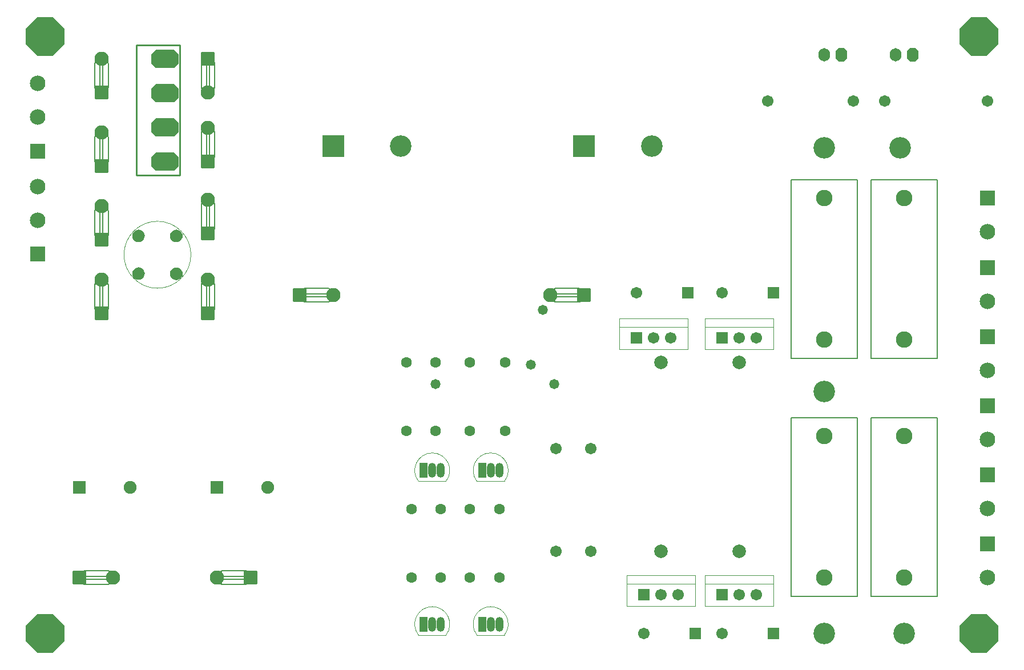
<source format=gts>
G04*
G04 #@! TF.GenerationSoftware,Altium Limited,Altium Designer,18.0.7 (293)*
G04*
G04 Layer_Color=8388736*
%FSLAX25Y25*%
%MOIN*%
G70*
G01*
G75*
%ADD10C,0.00787*%
%ADD12C,0.00500*%
%ADD13C,0.01000*%
%ADD20C,0.00197*%
%ADD21C,0.00394*%
%ADD22C,0.00300*%
%ADD23C,0.06706*%
%ADD24O,0.04737X0.08674*%
%ADD25R,0.04737X0.08674*%
%ADD26C,0.07887*%
G04:AMPARAMS|DCode=27|XSize=161.54mil|YSize=102.5mil|CornerRadius=0mil|HoleSize=0mil|Usage=FLASHONLY|Rotation=180.000|XOffset=0mil|YOffset=0mil|HoleType=Round|Shape=Octagon|*
%AMOCTAGOND27*
4,1,8,-0.08077,0.02563,-0.08077,-0.02563,-0.05515,-0.05125,0.05515,-0.05125,0.08077,-0.02563,0.08077,0.02563,0.05515,0.05125,-0.05515,0.05125,-0.08077,0.02563,0.0*
%
%ADD27OCTAGOND27*%

%ADD28R,0.09068X0.09068*%
%ADD29C,0.09068*%
%ADD30P,0.24304X8X22.5*%
%ADD31C,0.08300*%
G04:AMPARAMS|DCode=32|XSize=83mil|YSize=83mil|CornerRadius=13.38mil|HoleSize=0mil|Usage=FLASHONLY|Rotation=90.000|XOffset=0mil|YOffset=0mil|HoleType=Round|Shape=RoundedRectangle|*
%AMROUNDEDRECTD32*
21,1,0.08300,0.05625,0,0,90.0*
21,1,0.05625,0.08300,0,0,90.0*
1,1,0.02675,0.02813,0.02813*
1,1,0.02675,0.02813,-0.02813*
1,1,0.02675,-0.02813,-0.02813*
1,1,0.02675,-0.02813,0.02813*
%
%ADD32ROUNDEDRECTD32*%
G04:AMPARAMS|DCode=33|XSize=83mil|YSize=83mil|CornerRadius=13.38mil|HoleSize=0mil|Usage=FLASHONLY|Rotation=180.000|XOffset=0mil|YOffset=0mil|HoleType=Round|Shape=RoundedRectangle|*
%AMROUNDEDRECTD33*
21,1,0.08300,0.05625,0,0,180.0*
21,1,0.05625,0.08300,0,0,180.0*
1,1,0.02675,-0.02813,0.02813*
1,1,0.02675,0.02813,0.02813*
1,1,0.02675,0.02813,-0.02813*
1,1,0.02675,-0.02813,-0.02813*
%
%ADD33ROUNDEDRECTD33*%
%ADD34C,0.12611*%
%ADD35R,0.12611X0.12611*%
%ADD36O,0.06800X0.07800*%
G04:AMPARAMS|DCode=37|XSize=68mil|YSize=78mil|CornerRadius=0mil|HoleSize=0mil|Usage=FLASHONLY|Rotation=0.000|XOffset=0mil|YOffset=0mil|HoleType=Round|Shape=Octagon|*
%AMOCTAGOND37*
4,1,8,-0.01700,0.03900,0.01700,0.03900,0.03400,0.02200,0.03400,-0.02200,0.01700,-0.03900,-0.01700,-0.03900,-0.03400,-0.02200,-0.03400,0.02200,-0.01700,0.03900,0.0*
%
%ADD37OCTAGOND37*%

%ADD38C,0.07493*%
%ADD39R,0.07493X0.07493*%
%ADD40C,0.06699*%
%ADD41R,0.06699X0.06699*%
%ADD42C,0.09658*%
%ADD43C,0.06312*%
%ADD44R,0.06706X0.06706*%
%ADD45C,0.05800*%
G36*
X80839Y232677D02*
X80713Y233628D01*
X80346Y234514D01*
X79763Y235275D01*
X79002Y235858D01*
X78116Y236225D01*
X77165Y236350D01*
X76215Y236225D01*
X75329Y235858D01*
X74568Y235275D01*
X73984Y234514D01*
X73617Y233628D01*
X73492Y232677D01*
X73617Y231727D01*
X73984Y230841D01*
X74568Y230080D01*
X75329Y229496D01*
X76215Y229129D01*
X77165Y229004D01*
X78116Y229129D01*
X79002Y229496D01*
X79763Y230080D01*
X80346Y230841D01*
X80713Y231727D01*
X80839Y232677D01*
D02*
G37*
G36*
X102886Y232579D02*
X102761Y233529D01*
X102394Y234415D01*
X101810Y235176D01*
X101049Y235760D01*
X100163Y236127D01*
X99213Y236252D01*
X98262Y236127D01*
X97376Y235760D01*
X96615Y235176D01*
X96032Y234415D01*
X95665Y233529D01*
X95539Y232579D01*
X95665Y231628D01*
X96032Y230742D01*
X96615Y229981D01*
X97376Y229398D01*
X98262Y229031D01*
X99213Y228906D01*
X100163Y229031D01*
X101049Y229398D01*
X101810Y229981D01*
X102394Y230742D01*
X102761Y231628D01*
X102886Y232579D01*
D02*
G37*
G36*
X80839Y254724D02*
X80713Y255675D01*
X80346Y256561D01*
X79763Y257322D01*
X79002Y257906D01*
X78116Y258272D01*
X77165Y258398D01*
X76215Y258272D01*
X75329Y257906D01*
X74568Y257322D01*
X73984Y256561D01*
X73617Y255675D01*
X73492Y254724D01*
X73617Y253774D01*
X73984Y252888D01*
X74568Y252127D01*
X75329Y251543D01*
X76215Y251176D01*
X77165Y251051D01*
X78116Y251176D01*
X79002Y251543D01*
X79763Y252127D01*
X80346Y252888D01*
X80713Y253774D01*
X80839Y254724D01*
D02*
G37*
G36*
X102886D02*
X102761Y255675D01*
X102394Y256561D01*
X101810Y257322D01*
X101049Y257906D01*
X100163Y258272D01*
X99213Y258398D01*
X98262Y258272D01*
X97376Y257906D01*
X96615Y257322D01*
X96032Y256561D01*
X95665Y255675D01*
X95539Y254724D01*
X95665Y253774D01*
X96032Y252888D01*
X96615Y252127D01*
X97376Y251543D01*
X98262Y251176D01*
X99213Y251051D01*
X100163Y251176D01*
X101049Y251543D01*
X101810Y252127D01*
X102394Y252888D01*
X102761Y253774D01*
X102886Y254724D01*
D02*
G37*
G36*
X87119Y292968D02*
X84507Y295580D01*
X84507Y300855D01*
X87120Y303468D01*
X97807D01*
X100419Y300855D01*
X100419Y298380D01*
X100419Y295580D01*
X97807Y292968D01*
X87119Y292968D01*
D02*
G37*
G36*
Y312968D02*
X84507Y315580D01*
X84507Y320855D01*
X87120Y323468D01*
X97807D01*
X100419Y320855D01*
X100419Y318380D01*
X100419Y315580D01*
X97807Y312968D01*
X87119Y312968D01*
D02*
G37*
G36*
Y332968D02*
X84507Y335580D01*
X84507Y340855D01*
X87120Y343468D01*
X97807D01*
X100419Y340855D01*
X100419Y338380D01*
X100419Y335580D01*
X97807Y332968D01*
X87119Y332968D01*
D02*
G37*
G36*
Y352968D02*
X84507Y355580D01*
X84507Y360855D01*
X87120Y363468D01*
X97807D01*
X100419Y360855D01*
X100419Y358380D01*
X100419Y355580D01*
X97807Y352968D01*
X87119Y352968D01*
D02*
G37*
D10*
X458268Y44291D02*
Y148622D01*
X496850D01*
Y44291D02*
Y148622D01*
X458268Y44291D02*
X496850D01*
X504937Y183189D02*
Y287520D01*
X543520D01*
Y183189D02*
Y287520D01*
X504937Y183189D02*
X543520D01*
X504937Y44291D02*
Y148622D01*
X543520D01*
Y44291D02*
Y148622D01*
X504937Y44291D02*
X543520D01*
X458268Y183189D02*
Y287520D01*
X496850D01*
Y183189D02*
Y287520D01*
X458268Y183189D02*
X496850D01*
D12*
X114872Y299325D02*
G03*
X116863Y298269I1976J1321D01*
G01*
X118571Y298268D02*
G03*
X120545Y299305I11J2376D01*
G01*
X116862Y317953D02*
G03*
X114888Y316915I-11J-2376D01*
G01*
X120562Y316896D02*
G03*
X118570Y317951I-1976J-1321D01*
G01*
X114034Y315462D02*
G03*
X113768Y315197I87J-354D01*
G01*
X116918Y315272D02*
G03*
X114034Y315462I-4288J-43031D01*
G01*
X116918Y300949D02*
G03*
X114034Y300759I41749J-654584D01*
G01*
X113768Y301024D02*
G03*
X114034Y300759I357J92D01*
G01*
X118516Y315272D02*
G03*
X121399Y315462I-41797J655314D01*
G01*
X121665Y315197D02*
G03*
X121399Y315462I-357J-92D01*
G01*
X121399Y300759D02*
G03*
X121665Y301024I-87J354D01*
G01*
X118516Y300949D02*
G03*
X121399Y300759I4288J43031D01*
G01*
X116918Y300420D02*
G03*
X115656Y299252I3661J-5218D01*
G01*
X113768Y301024D02*
G03*
X115540Y299252I1772J0D01*
G01*
X121665Y315197D02*
G03*
X119894Y316968I-1772J0D01*
G01*
X115540D02*
G03*
X113768Y315197I0J-1772D01*
G01*
X119894Y299252D02*
G03*
X121665Y301024I0J1772D01*
G01*
X116535Y298268D02*
G03*
X118898Y298268I1181J0D01*
G01*
Y317953D02*
G03*
X116535Y317953I-1181J0D01*
G01*
X120562Y357211D02*
G03*
X118570Y358266I-1976J-1321D01*
G01*
X116862Y358268D02*
G03*
X114888Y357230I-11J-2376D01*
G01*
X118571Y338583D02*
G03*
X120545Y339620I11J2376D01*
G01*
X114872Y339640D02*
G03*
X116863Y338584I1976J1321D01*
G01*
X121399Y341073D02*
G03*
X121665Y341339I-87J354D01*
G01*
X118516Y341264D02*
G03*
X121399Y341073I4288J43031D01*
G01*
X118516Y355587D02*
G03*
X121399Y355777I-41749J654584D01*
G01*
X121665Y355512D02*
G03*
X121399Y355777I-357J-92D01*
G01*
X116918Y341264D02*
G03*
X114034Y341073I41797J-655314D01*
G01*
X113768Y341339D02*
G03*
X114034Y341073I357J92D01*
G01*
X114034Y355777D02*
G03*
X113768Y355512I87J-354D01*
G01*
X116918Y355587D02*
G03*
X114034Y355777I-4288J-43031D01*
G01*
X118516Y356115D02*
G03*
X119777Y357283I-3661J5218D01*
G01*
X121665Y355512D02*
G03*
X119894Y357283I-1772J0D01*
G01*
X113768Y341339D02*
G03*
X115540Y339567I1772J0D01*
G01*
X119894D02*
G03*
X121665Y341339I0J1772D01*
G01*
X115540Y357283D02*
G03*
X113768Y355512I0J-1772D01*
G01*
X118898Y358268D02*
G03*
X116535Y358268I-1181J0D01*
G01*
Y338583D02*
G03*
X118898Y338583I1181J0D01*
G01*
X336345Y217234D02*
G03*
X337400Y219226I-1321J1976D01*
G01*
X337402Y220933D02*
G03*
X336364Y222907I-2376J11D01*
G01*
X317717Y219224D02*
G03*
X318754Y217250I2376J-11D01*
G01*
X318773Y222924D02*
G03*
X317718Y220932I1321J-1976D01*
G01*
X320207Y216396D02*
G03*
X320472Y216130I354J87D01*
G01*
X320398Y219280D02*
G03*
X320207Y216396I43031J-4288D01*
G01*
X334720Y219280D02*
G03*
X334911Y216396I654584J41749D01*
G01*
X334646Y216130D02*
G03*
X334911Y216396I-92J357D01*
G01*
X320398Y220878D02*
G03*
X320207Y223761I-655314J-41797D01*
G01*
X320472Y224027D02*
G03*
X320207Y223761I92J-357D01*
G01*
X334911Y223761D02*
G03*
X334646Y224027I-354J-87D01*
G01*
X334720Y220878D02*
G03*
X334911Y223761I-43031J4288D01*
G01*
X335249Y219280D02*
G03*
X336417Y218018I5218J3661D01*
G01*
X334646Y216130D02*
G03*
X336417Y217902I0J1772D01*
G01*
X320472Y224027D02*
G03*
X318701Y222256I0J-1772D01*
G01*
Y217902D02*
G03*
X320472Y216130I1772J0D01*
G01*
X336417Y222256D02*
G03*
X334646Y224027I-1772J0D01*
G01*
X337402Y218898D02*
G03*
X337402Y221260I0J1181D01*
G01*
X317717D02*
G03*
X317717Y218898I0J-1181D01*
G01*
X172317Y222924D02*
G03*
X171261Y220932I1321J-1976D01*
G01*
X171260Y219224D02*
G03*
X172298Y217250I2376J-11D01*
G01*
X190945Y220933D02*
G03*
X189907Y222907I-2376J11D01*
G01*
X189888Y217234D02*
G03*
X190944Y219226I-1321J1976D01*
G01*
X188454Y223761D02*
G03*
X188189Y224027I-354J-87D01*
G01*
X188264Y220878D02*
G03*
X188454Y223761I-43031J4288D01*
G01*
X173941Y220878D02*
G03*
X173751Y223761I-654584J-41749D01*
G01*
X174016Y224027D02*
G03*
X173751Y223761I92J-357D01*
G01*
X188264Y219280D02*
G03*
X188454Y216396I655314J41797D01*
G01*
X188189Y216130D02*
G03*
X188454Y216396I-92J357D01*
G01*
X173751Y216396D02*
G03*
X174016Y216130I354J87D01*
G01*
X173941Y219280D02*
G03*
X173751Y216396I43031J-4288D01*
G01*
X173412Y220878D02*
G03*
X172244Y222139I-5218J-3661D01*
G01*
X174016Y224027D02*
G03*
X172244Y222256I0J-1772D01*
G01*
X188189Y216130D02*
G03*
X189961Y217902I0J1772D01*
G01*
Y222256D02*
G03*
X188189Y224027I-1772J0D01*
G01*
X172244Y217902D02*
G03*
X174016Y216130I1772J0D01*
G01*
X171260Y221260D02*
G03*
X171260Y218898I0J-1181D01*
G01*
X190945D02*
G03*
X190945Y221260I0J1181D01*
G01*
X52667Y296595D02*
G03*
X54659Y295539I1976J1321D01*
G01*
X56366Y295538D02*
G03*
X58340Y296576I11J2376D01*
G01*
X54657Y315223D02*
G03*
X52684Y314186I-11J-2376D01*
G01*
X58357Y314166D02*
G03*
X56365Y315222I-1976J-1321D01*
G01*
X51829Y312732D02*
G03*
X51563Y312467I87J-354D01*
G01*
X54713Y312542D02*
G03*
X51829Y312732I-4288J-43031D01*
G01*
X54713Y298219D02*
G03*
X51829Y298029I41749J-654584D01*
G01*
X51563Y298294D02*
G03*
X51829Y298029I357J92D01*
G01*
X56311Y312542D02*
G03*
X59194Y312732I-41797J655314D01*
G01*
X59460Y312467D02*
G03*
X59194Y312732I-357J-92D01*
G01*
X59194Y298029D02*
G03*
X59460Y298294I-87J354D01*
G01*
X56311Y298219D02*
G03*
X59194Y298029I4288J43031D01*
G01*
X54713Y297691D02*
G03*
X53451Y296522I3661J-5218D01*
G01*
X51563Y298294D02*
G03*
X53335Y296522I1772J0D01*
G01*
X59460Y312467D02*
G03*
X57689Y314239I-1772J0D01*
G01*
X53335D02*
G03*
X51563Y312467I0J-1772D01*
G01*
X57689Y296522D02*
G03*
X59460Y298294I0J1772D01*
G01*
X54331Y295538D02*
G03*
X56693Y295538I1181J0D01*
G01*
Y315223D02*
G03*
X54331Y315223I-1181J0D01*
G01*
X52667Y339640D02*
G03*
X54659Y338584I1976J1321D01*
G01*
X56366Y338583D02*
G03*
X58340Y339620I11J2376D01*
G01*
X54657Y358268D02*
G03*
X52684Y357230I-11J-2376D01*
G01*
X58357Y357211D02*
G03*
X56365Y358266I-1976J-1321D01*
G01*
X51829Y355777D02*
G03*
X51563Y355512I87J-354D01*
G01*
X54713Y355587D02*
G03*
X51829Y355777I-4288J-43031D01*
G01*
X54713Y341264D02*
G03*
X51829Y341073I41749J-654584D01*
G01*
X51563Y341339D02*
G03*
X51829Y341073I357J92D01*
G01*
X56311Y355587D02*
G03*
X59194Y355777I-41797J655314D01*
G01*
X59460Y355512D02*
G03*
X59194Y355777I-357J-92D01*
G01*
X59194Y341073D02*
G03*
X59460Y341339I-87J354D01*
G01*
X56311Y341264D02*
G03*
X59194Y341073I4288J43031D01*
G01*
X54713Y340735D02*
G03*
X53451Y339567I3661J-5218D01*
G01*
X51563Y341339D02*
G03*
X53335Y339567I1772J0D01*
G01*
X59460Y355512D02*
G03*
X57689Y357283I-1772J0D01*
G01*
X53335D02*
G03*
X51563Y355512I0J-1772D01*
G01*
X57689Y339567D02*
G03*
X59460Y341339I0J1772D01*
G01*
X54331Y338583D02*
G03*
X56693Y338583I1181J0D01*
G01*
Y358268D02*
G03*
X54331Y358268I-1181J0D01*
G01*
X52667Y253550D02*
G03*
X54659Y252495I1976J1321D01*
G01*
X56366Y252493D02*
G03*
X58340Y253531I11J2376D01*
G01*
X54657Y272179D02*
G03*
X52684Y271141I-11J-2376D01*
G01*
X58357Y271122D02*
G03*
X56365Y272177I-1976J-1321D01*
G01*
X51829Y269688D02*
G03*
X51563Y269423I87J-354D01*
G01*
X54713Y269497D02*
G03*
X51829Y269688I-4288J-43031D01*
G01*
X54713Y255174D02*
G03*
X51829Y254984I41749J-654584D01*
G01*
X51563Y255249D02*
G03*
X51829Y254984I357J92D01*
G01*
X56311Y269497D02*
G03*
X59194Y269688I-41797J655314D01*
G01*
X59460Y269423D02*
G03*
X59194Y269688I-357J-92D01*
G01*
X59194Y254984D02*
G03*
X59460Y255249I-87J354D01*
G01*
X56311Y255174D02*
G03*
X59194Y254984I4288J43031D01*
G01*
X54713Y254646D02*
G03*
X53451Y253478I3661J-5218D01*
G01*
X51563Y255249D02*
G03*
X53335Y253478I1772J0D01*
G01*
X59460Y269423D02*
G03*
X57689Y271194I-1772J0D01*
G01*
X53335D02*
G03*
X51563Y269423I0J-1772D01*
G01*
X57689Y253478D02*
G03*
X59460Y255249I0J1772D01*
G01*
X54331Y252493D02*
G03*
X56693Y252493I1181J0D01*
G01*
Y272179D02*
G03*
X54331Y272179I-1181J0D01*
G01*
X52667Y210506D02*
G03*
X54659Y209450I1976J1321D01*
G01*
X56366Y209449D02*
G03*
X58340Y210486I11J2376D01*
G01*
X54657Y229134D02*
G03*
X52684Y228096I-11J-2376D01*
G01*
X58357Y228077D02*
G03*
X56365Y229133I-1976J-1321D01*
G01*
X51829Y226643D02*
G03*
X51563Y226378I87J-354D01*
G01*
X54713Y226453D02*
G03*
X51829Y226643I-4288J-43031D01*
G01*
X54713Y212130D02*
G03*
X51829Y211940I41749J-654584D01*
G01*
X51563Y212205D02*
G03*
X51829Y211940I357J92D01*
G01*
X56311Y226453D02*
G03*
X59194Y226643I-41797J655314D01*
G01*
X59460Y226378D02*
G03*
X59194Y226643I-357J-92D01*
G01*
X59194Y211940D02*
G03*
X59460Y212205I-87J354D01*
G01*
X56311Y212130D02*
G03*
X59194Y211940I4288J43031D01*
G01*
X54713Y211601D02*
G03*
X53451Y210433I3661J-5218D01*
G01*
X51563Y212205D02*
G03*
X53335Y210433I1772J0D01*
G01*
X59460Y226378D02*
G03*
X57689Y228150I-1772J0D01*
G01*
X53335D02*
G03*
X51563Y226378I0J-1772D01*
G01*
X57689Y210433D02*
G03*
X59460Y212205I0J1772D01*
G01*
X54331Y209449D02*
G03*
X56693Y209449I1181J0D01*
G01*
Y229134D02*
G03*
X54331Y229134I-1181J0D01*
G01*
X141659Y52273D02*
G03*
X142715Y54265I-1321J1976D01*
G01*
X142716Y55972D02*
G03*
X141679Y57946I-2376J11D01*
G01*
X123031Y54264D02*
G03*
X124069Y52290I2376J-11D01*
G01*
X124088Y57963D02*
G03*
X123033Y55971I1321J-1976D01*
G01*
X125522Y51436D02*
G03*
X125787Y51170I354J87D01*
G01*
X125712Y54319D02*
G03*
X125522Y51436I43031J-4288D01*
G01*
X140035Y54319D02*
G03*
X140226Y51436I654584J41749D01*
G01*
X139961Y51170D02*
G03*
X140226Y51436I-92J357D01*
G01*
X125712Y55917D02*
G03*
X125522Y58801I-655314J-41797D01*
G01*
X125787Y59067D02*
G03*
X125522Y58801I92J-357D01*
G01*
X140226Y58800D02*
G03*
X139961Y59067I-354J-87D01*
G01*
X140035Y55917D02*
G03*
X140226Y58800I-43031J4288D01*
G01*
X140564Y54319D02*
G03*
X141732Y53058I5218J3661D01*
G01*
X139961Y51170D02*
G03*
X141732Y52941I0J1772D01*
G01*
X125787Y59067D02*
G03*
X124016Y57295I0J-1772D01*
G01*
Y52941D02*
G03*
X125787Y51170I1772J0D01*
G01*
X141732Y57295D02*
G03*
X139961Y59067I-1772J0D01*
G01*
X142716Y53937D02*
G03*
X142716Y56299I0J1181D01*
G01*
X123031D02*
G03*
X123031Y53937I0J-1181D01*
G01*
X43773Y57963D02*
G03*
X42718Y55971I1321J-1976D01*
G01*
X42717Y54264D02*
G03*
X43754Y52290I2376J-11D01*
G01*
X62402Y55972D02*
G03*
X61364Y57946I-2376J11D01*
G01*
X61345Y52273D02*
G03*
X62400Y54265I-1321J1976D01*
G01*
X59911Y58800D02*
G03*
X59646Y59067I-354J-87D01*
G01*
X59721Y55917D02*
G03*
X59911Y58800I-43031J4288D01*
G01*
X45398Y55917D02*
G03*
X45207Y58800I-654584J-41749D01*
G01*
X45472Y59067D02*
G03*
X45207Y58800I92J-357D01*
G01*
X59721Y54319D02*
G03*
X59911Y51436I655314J41797D01*
G01*
X59646Y51170D02*
G03*
X59911Y51436I-92J357D01*
G01*
X45207Y51436D02*
G03*
X45472Y51170I354J87D01*
G01*
X45398Y54319D02*
G03*
X45207Y51436I43031J-4288D01*
G01*
X44869Y55917D02*
G03*
X43701Y57178I-5218J-3661D01*
G01*
X45472Y59067D02*
G03*
X43701Y57295I0J-1772D01*
G01*
X59646Y51170D02*
G03*
X61417Y52941I0J1772D01*
G01*
Y57295D02*
G03*
X59646Y59067I-1772J0D01*
G01*
X43701Y52941D02*
G03*
X45472Y51170I1772J0D01*
G01*
X42717Y56299D02*
G03*
X42717Y53937I0J-1181D01*
G01*
X62402D02*
G03*
X62402Y56299I0J1181D01*
G01*
X114872Y257356D02*
G03*
X116863Y256300I1976J1321D01*
G01*
X118571Y256299D02*
G03*
X120545Y257337I11J2376D01*
G01*
X116862Y275984D02*
G03*
X114888Y274947I-11J-2376D01*
G01*
X120562Y274927D02*
G03*
X118570Y275983I-1976J-1321D01*
G01*
X114034Y273493D02*
G03*
X113768Y273228I87J-354D01*
G01*
X116918Y273303D02*
G03*
X114034Y273493I-4288J-43031D01*
G01*
X116918Y258980D02*
G03*
X114034Y258790I41749J-654584D01*
G01*
X113768Y259055D02*
G03*
X114034Y258790I357J92D01*
G01*
X118516Y273303D02*
G03*
X121399Y273493I-41797J655314D01*
G01*
X121665Y273228D02*
G03*
X121399Y273493I-357J-92D01*
G01*
X121399Y258790D02*
G03*
X121665Y259055I-87J354D01*
G01*
X118516Y258980D02*
G03*
X121399Y258790I4288J43031D01*
G01*
X116918Y258452D02*
G03*
X115656Y257283I3661J-5218D01*
G01*
X113768Y259055D02*
G03*
X115540Y257283I1772J0D01*
G01*
X121665Y273228D02*
G03*
X119894Y275000I-1772J0D01*
G01*
X115540D02*
G03*
X113768Y273228I0J-1772D01*
G01*
X119894Y257283D02*
G03*
X121665Y259055I0J1772D01*
G01*
X116535Y256299D02*
G03*
X118898Y256299I1181J0D01*
G01*
Y275984D02*
G03*
X116535Y275984I-1181J0D01*
G01*
X114872Y210506D02*
G03*
X116863Y209450I1976J1321D01*
G01*
X118571Y209449D02*
G03*
X120545Y210486I11J2376D01*
G01*
X116862Y229134D02*
G03*
X114888Y228096I-11J-2376D01*
G01*
X120562Y228077D02*
G03*
X118570Y229133I-1976J-1321D01*
G01*
X114034Y226643D02*
G03*
X113768Y226378I87J-354D01*
G01*
X116918Y226453D02*
G03*
X114034Y226643I-4288J-43031D01*
G01*
X116918Y212130D02*
G03*
X114034Y211940I41749J-654584D01*
G01*
X113768Y212205D02*
G03*
X114034Y211940I357J92D01*
G01*
X118516Y226453D02*
G03*
X121399Y226643I-41797J655314D01*
G01*
X121665Y226378D02*
G03*
X121399Y226643I-357J-92D01*
G01*
X121399Y211940D02*
G03*
X121665Y212205I-87J354D01*
G01*
X118516Y212130D02*
G03*
X121399Y211940I4288J43031D01*
G01*
X116918Y211601D02*
G03*
X115656Y210433I3661J-5218D01*
G01*
X113768Y212205D02*
G03*
X115540Y210433I1772J0D01*
G01*
X121665Y226378D02*
G03*
X119894Y228150I-1772J0D01*
G01*
X115540D02*
G03*
X113768Y226378I0J-1772D01*
G01*
X119894Y210433D02*
G03*
X121665Y212205I0J1772D01*
G01*
X116535Y209449D02*
G03*
X118898Y209449I1181J0D01*
G01*
Y229134D02*
G03*
X116535Y229134I-1181J0D01*
G01*
X120561Y299324D02*
X120579Y299350D01*
X120638Y299431D01*
X114799Y299425D02*
X114867Y299331D01*
X114872Y299325D01*
X114854Y316870D02*
X114871Y316898D01*
X114795Y316790D02*
X114854Y316870D01*
X120566Y316889D02*
X120634Y316796D01*
X120561Y316896D02*
X120566Y316889D01*
X118516Y315800D02*
X118593Y315812D01*
X118685Y315854D01*
X118785Y315928D01*
X118869Y316010D01*
X119090Y316273D01*
X119278Y316514D01*
X119447Y316719D01*
X119594Y316869D01*
X119694Y316943D01*
X119777Y316969D01*
X115656D02*
X115761Y316929D01*
X115900Y316811D01*
X116084Y316602D01*
X116312Y316312D01*
X116430Y316164D01*
X116565Y316009D01*
X116660Y315918D01*
X116780Y315836D01*
X116857Y315807D01*
X116918Y315800D01*
X119729Y299262D02*
X119777Y299252D01*
X119672Y299291D02*
X119729Y299262D01*
X119606Y299341D02*
X119672Y299291D01*
X119533Y299410D02*
X119606Y299341D01*
X119445Y299504D02*
X119533Y299410D01*
X119349Y299618D02*
X119445Y299504D01*
X119241Y299754D02*
X119349Y299618D01*
X119121Y299908D02*
X119241Y299754D01*
X119003Y300056D02*
X119121Y299908D01*
X118868Y300211D02*
X119003Y300056D01*
X118822Y300258D02*
X118868Y300211D01*
X118773Y300303D02*
X118822Y300258D01*
X118717Y300346D02*
X118773Y300303D01*
X118653Y300385D02*
X118717Y300346D01*
X118617Y300401D02*
X118653Y300385D01*
X118576Y300413D02*
X118617Y300401D01*
X118547Y300418D02*
X118576Y300413D01*
X118516Y300420D02*
X118547Y300418D01*
X116863Y298269D02*
X118571Y298268D01*
X116862Y317953D02*
X118570Y317952D01*
X116918Y300420D02*
Y315800D01*
X113768Y301024D02*
Y315197D01*
X121665Y301024D02*
Y315197D01*
X118516Y300420D02*
Y315800D01*
X116918Y315272D02*
X118516D01*
X116918Y300949D02*
X118516D01*
X116918Y300420D02*
X118516D01*
X116918Y315800D02*
X118516D01*
X115540Y316969D02*
X119893D01*
X115540Y299252D02*
X119893D01*
X114854Y357185D02*
X114872Y357212D01*
X114795Y357105D02*
X114854Y357185D01*
X120566Y357204D02*
X120634Y357111D01*
X120561Y357211D02*
X120566Y357204D01*
X120562Y339638D02*
X120579Y339665D01*
X120638Y339745D01*
X114799Y339740D02*
X114867Y339646D01*
X114872Y339640D01*
X116840Y340724D02*
X116918Y340735D01*
X116748Y340682D02*
X116840Y340724D01*
X116648Y340608D02*
X116748Y340682D01*
X116564Y340525D02*
X116648Y340608D01*
X116343Y340263D02*
X116564Y340525D01*
X116155Y340022D02*
X116343Y340263D01*
X115986Y339817D02*
X116155Y340022D01*
X115839Y339666D02*
X115986Y339817D01*
X115739Y339593D02*
X115839Y339666D01*
X115656Y339567D02*
X115739Y339593D01*
X119672Y339606D02*
X119777Y339567D01*
X119533Y339725D02*
X119672Y339606D01*
X119349Y339933D02*
X119533Y339725D01*
X119121Y340223D02*
X119349Y339933D01*
X119003Y340372D02*
X119121Y340223D01*
X118868Y340526D02*
X119003Y340372D01*
X118773Y340618D02*
X118868Y340526D01*
X118653Y340700D02*
X118773Y340618D01*
X118576Y340728D02*
X118653Y340700D01*
X118516Y340735D02*
X118576Y340728D01*
X115656Y357283D02*
X115705Y357274D01*
X115761Y357244D01*
X115827Y357195D01*
X115900Y357126D01*
X115988Y357032D01*
X116084Y356917D01*
X116192Y356781D01*
X116312Y356627D01*
X116430Y356479D01*
X116565Y356324D01*
X116611Y356278D01*
X116660Y356233D01*
X116716Y356189D01*
X116780Y356151D01*
X116816Y356135D01*
X116857Y356122D01*
X116886Y356117D01*
X116918Y356115D01*
X116862Y358268D02*
X118570Y358266D01*
X116863Y338584D02*
X118571Y338583D01*
X118516Y340735D02*
Y356115D01*
X121665Y341339D02*
Y355512D01*
X113768Y341339D02*
Y355512D01*
X116918Y340735D02*
Y356115D01*
Y341264D02*
X118516D01*
X116918Y355587D02*
X118516D01*
X116918Y356115D02*
X118516D01*
X116918Y340735D02*
X118516D01*
X115540Y339567D02*
X119893D01*
X115540Y357283D02*
X119893D01*
X336319Y222941D02*
X336346Y222923D01*
X336239Y223001D02*
X336319Y222941D01*
X336244Y217161D02*
X336338Y217229D01*
X336345Y217234D01*
X318771Y217233D02*
X318799Y217216D01*
X318879Y217157D01*
X318780Y222928D02*
X318874Y222996D01*
X318773Y222924D02*
X318780Y222928D01*
X319858Y220955D02*
X319869Y220878D01*
X319816Y221047D02*
X319858Y220955D01*
X319741Y221147D02*
X319816Y221047D01*
X319659Y221231D02*
X319741Y221147D01*
X319396Y221452D02*
X319659Y221231D01*
X319156Y221640D02*
X319396Y221452D01*
X318951Y221809D02*
X319156Y221640D01*
X318800Y221956D02*
X318951Y221809D01*
X318726Y222057D02*
X318800Y221956D01*
X318701Y222139D02*
X318726Y222057D01*
X318701Y218018D02*
X318740Y218123D01*
X318858Y218263D01*
X319067Y218447D01*
X319357Y218674D01*
X319506Y218792D01*
X319660Y218927D01*
X319751Y219023D01*
X319833Y219142D01*
X319862Y219219D01*
X319869Y219280D01*
X336408Y222091D02*
X336417Y222139D01*
X336378Y222034D02*
X336408Y222091D01*
X336329Y221968D02*
X336378Y222034D01*
X336260Y221895D02*
X336329Y221968D01*
X336166Y221807D02*
X336260Y221895D01*
X336051Y221711D02*
X336166Y221807D01*
X335915Y221603D02*
X336051Y221711D01*
X335761Y221483D02*
X335915Y221603D01*
X335613Y221366D02*
X335761Y221483D01*
X335458Y221230D02*
X335613Y221366D01*
X335412Y221184D02*
X335458Y221230D01*
X335367Y221135D02*
X335412Y221184D01*
X335323Y221079D02*
X335367Y221135D01*
X335285Y221016D02*
X335323Y221079D01*
X335268Y220979D02*
X335285Y221016D01*
X335256Y220939D02*
X335268Y220979D01*
X335251Y220909D02*
X335256Y220939D01*
X335249Y220878D02*
X335251Y220909D01*
X337400Y219226D02*
X337402Y220933D01*
X317717Y219224D02*
X317718Y220932D01*
X319869Y219280D02*
X335249D01*
X320472Y216130D02*
X334646D01*
X320472Y224027D02*
X334646D01*
X319869Y220878D02*
X335249D01*
X320398Y219280D02*
Y220878D01*
X334720Y219280D02*
Y220878D01*
X335249Y219280D02*
Y220878D01*
X319869Y219280D02*
Y220878D01*
X318701Y217902D02*
Y222256D01*
X336417Y217902D02*
Y222256D01*
X172316Y217234D02*
X172342Y217216D01*
X172423Y217157D01*
X172323Y222928D02*
X172417Y222996D01*
X172317Y222924D02*
X172323Y222928D01*
X189862Y222941D02*
X189890Y222924D01*
X189782Y223001D02*
X189862Y222941D01*
X189788Y217161D02*
X189881Y217229D01*
X189888Y217234D01*
X188792Y219280D02*
X188804Y219202D01*
X188846Y219110D01*
X188920Y219011D01*
X189002Y218926D01*
X189265Y218705D01*
X189506Y218517D01*
X189711Y218348D01*
X189861Y218201D01*
X189935Y218101D01*
X189961Y218018D01*
X189922Y222034D02*
X189961Y222139D01*
X189803Y221895D02*
X189922Y222034D01*
X189594Y221711D02*
X189803Y221895D01*
X189305Y221483D02*
X189594Y221711D01*
X189156Y221365D02*
X189305Y221483D01*
X189001Y221230D02*
X189156Y221365D01*
X188910Y221135D02*
X189001Y221230D01*
X188828Y221016D02*
X188910Y221135D01*
X188799Y220939D02*
X188828Y221016D01*
X188792Y220878D02*
X188799Y220939D01*
X172244Y218018D02*
X172254Y218067D01*
X172283Y218123D01*
X172333Y218189D01*
X172402Y218263D01*
X172496Y218350D01*
X172610Y218447D01*
X172746Y218555D01*
X172900Y218674D01*
X173048Y218792D01*
X173203Y218927D01*
X173250Y218973D01*
X173295Y219023D01*
X173338Y219078D01*
X173377Y219142D01*
X173393Y219179D01*
X173405Y219219D01*
X173411Y219249D01*
X173412Y219280D01*
X171260Y219224D02*
X171261Y220932D01*
X190944Y219226D02*
X190945Y220933D01*
X173412Y220878D02*
X188792D01*
X174016Y224027D02*
X188189D01*
X174016Y216130D02*
X188189D01*
X173412Y219280D02*
X188792D01*
X188264D02*
Y220878D01*
X173941Y219280D02*
Y220878D01*
X173412Y219280D02*
Y220878D01*
X188792Y219280D02*
Y220878D01*
X189961Y217902D02*
Y222256D01*
X172244Y217902D02*
Y222256D01*
X58356Y296594D02*
X58375Y296621D01*
X58434Y296701D01*
X52595Y296695D02*
X52662Y296601D01*
X52667Y296595D01*
X52649Y314141D02*
X52666Y314168D01*
X52590Y314060D02*
X52649Y314141D01*
X58361Y314160D02*
X58429Y314066D01*
X58357Y314166D02*
X58361Y314160D01*
X56311Y313071D02*
X56388Y313082D01*
X56480Y313124D01*
X56580Y313198D01*
X56664Y313281D01*
X56886Y313543D01*
X57073Y313784D01*
X57242Y313989D01*
X57389Y314139D01*
X57490Y314213D01*
X57572Y314239D01*
X53451D02*
X53556Y314200D01*
X53696Y314081D01*
X53880Y313872D01*
X54107Y313583D01*
X54225Y313434D01*
X54360Y313279D01*
X54456Y313188D01*
X54575Y313106D01*
X54652Y313078D01*
X54713Y313071D01*
X57524Y296532D02*
X57572Y296522D01*
X57467Y296561D02*
X57524Y296532D01*
X57402Y296611D02*
X57467Y296561D01*
X57328Y296680D02*
X57402Y296611D01*
X57241Y296774D02*
X57328Y296680D01*
X57144Y296889D02*
X57241Y296774D01*
X57036Y297025D02*
X57144Y296889D01*
X56916Y297178D02*
X57036Y297025D01*
X56799Y297326D02*
X56916Y297178D01*
X56663Y297482D02*
X56799Y297326D01*
X56617Y297528D02*
X56663Y297482D01*
X56568Y297573D02*
X56617Y297528D01*
X56512Y297616D02*
X56568Y297573D01*
X56449Y297655D02*
X56512Y297616D01*
X56412Y297671D02*
X56449Y297655D01*
X56372Y297684D02*
X56412Y297671D01*
X56342Y297689D02*
X56372Y297684D01*
X56311Y297691D02*
X56342Y297689D01*
X54659Y295539D02*
X56366Y295538D01*
X54657Y315223D02*
X56365Y315222D01*
X54713Y297691D02*
Y313071D01*
X51563Y298294D02*
Y312467D01*
X59460Y298294D02*
Y312467D01*
X56311Y297691D02*
Y313071D01*
X54713Y312542D02*
X56311D01*
X54713Y298219D02*
X56311D01*
X54713Y297691D02*
X56311D01*
X54713Y313071D02*
X56311D01*
X53335Y314239D02*
X57689D01*
X53335Y296522D02*
X57689D01*
X58356Y339638D02*
X58375Y339665D01*
X58434Y339745D01*
X52595Y339740D02*
X52662Y339646D01*
X52667Y339640D01*
X52649Y357185D02*
X52666Y357213D01*
X52590Y357105D02*
X52649Y357185D01*
X58361Y357204D02*
X58429Y357110D01*
X58357Y357211D02*
X58361Y357204D01*
X56311Y356115D02*
X56388Y356127D01*
X56480Y356168D01*
X56580Y356243D01*
X56664Y356325D01*
X56886Y356588D01*
X57073Y356829D01*
X57242Y357034D01*
X57389Y357184D01*
X57490Y357258D01*
X57572Y357283D01*
X53451D02*
X53556Y357244D01*
X53696Y357126D01*
X53880Y356917D01*
X54107Y356627D01*
X54225Y356478D01*
X54360Y356324D01*
X54456Y356233D01*
X54575Y356151D01*
X54652Y356122D01*
X54713Y356115D01*
X57524Y339577D02*
X57572Y339567D01*
X57467Y339606D02*
X57524Y339577D01*
X57402Y339656D02*
X57467Y339606D01*
X57328Y339725D02*
X57402Y339656D01*
X57241Y339819D02*
X57328Y339725D01*
X57144Y339933D02*
X57241Y339819D01*
X57036Y340069D02*
X57144Y339933D01*
X56916Y340223D02*
X57036Y340069D01*
X56799Y340371D02*
X56916Y340223D01*
X56663Y340526D02*
X56799Y340371D01*
X56617Y340572D02*
X56663Y340526D01*
X56568Y340618D02*
X56617Y340572D01*
X56512Y340661D02*
X56568Y340618D01*
X56449Y340700D02*
X56512Y340661D01*
X56412Y340716D02*
X56449Y340700D01*
X56372Y340728D02*
X56412Y340716D01*
X56342Y340733D02*
X56372Y340728D01*
X56311Y340735D02*
X56342Y340733D01*
X54659Y338584D02*
X56366Y338583D01*
X54657Y358268D02*
X56365Y358266D01*
X54713Y340735D02*
Y356115D01*
X51563Y341339D02*
Y355512D01*
X59460Y341339D02*
Y355512D01*
X56311Y340735D02*
Y356115D01*
X54713Y355587D02*
X56311D01*
X54713Y341264D02*
X56311D01*
X54713Y340735D02*
X56311D01*
X54713Y356115D02*
X56311D01*
X53335Y357283D02*
X57689D01*
X53335Y339567D02*
X57689D01*
X58356Y253549D02*
X58375Y253576D01*
X58434Y253656D01*
X52595Y253651D02*
X52662Y253557D01*
X52667Y253550D01*
X52649Y271096D02*
X52666Y271124D01*
X52590Y271016D02*
X52649Y271096D01*
X58361Y271115D02*
X58429Y271021D01*
X58357Y271122D02*
X58361Y271115D01*
X56311Y270026D02*
X56388Y270037D01*
X56480Y270079D01*
X56580Y270154D01*
X56664Y270236D01*
X56886Y270499D01*
X57073Y270739D01*
X57242Y270944D01*
X57389Y271095D01*
X57490Y271169D01*
X57572Y271194D01*
X53451D02*
X53556Y271155D01*
X53696Y271037D01*
X53880Y270828D01*
X54107Y270538D01*
X54225Y270389D01*
X54360Y270235D01*
X54456Y270144D01*
X54575Y270062D01*
X54652Y270033D01*
X54713Y270026D01*
X57524Y253487D02*
X57572Y253478D01*
X57467Y253517D02*
X57524Y253487D01*
X57402Y253566D02*
X57467Y253517D01*
X57328Y253635D02*
X57402Y253566D01*
X57241Y253729D02*
X57328Y253635D01*
X57144Y253844D02*
X57241Y253729D01*
X57036Y253980D02*
X57144Y253844D01*
X56916Y254134D02*
X57036Y253980D01*
X56799Y254282D02*
X56916Y254134D01*
X56663Y254437D02*
X56799Y254282D01*
X56617Y254483D02*
X56663Y254437D01*
X56568Y254528D02*
X56617Y254483D01*
X56512Y254572D02*
X56568Y254528D01*
X56449Y254610D02*
X56512Y254572D01*
X56412Y254627D02*
X56449Y254610D01*
X56372Y254639D02*
X56412Y254627D01*
X56342Y254644D02*
X56372Y254639D01*
X56311Y254646D02*
X56342Y254644D01*
X54659Y252495D02*
X56366Y252493D01*
X54657Y272178D02*
X56365Y272177D01*
X54713Y254646D02*
Y270026D01*
X51563Y255249D02*
Y269423D01*
X59460Y255249D02*
Y269423D01*
X56311Y254646D02*
Y270026D01*
X54713Y269497D02*
X56311D01*
X54713Y255175D02*
X56311D01*
X54713Y254646D02*
X56311D01*
X54713Y270026D02*
X56311D01*
X53335Y271194D02*
X57689D01*
X53335Y253478D02*
X57689D01*
X58356Y210505D02*
X58375Y210531D01*
X58434Y210612D01*
X52595Y210606D02*
X52662Y210512D01*
X52667Y210506D01*
X52649Y228051D02*
X52666Y228079D01*
X52590Y227971D02*
X52649Y228051D01*
X58361Y228070D02*
X58429Y227977D01*
X58357Y228077D02*
X58361Y228070D01*
X56311Y226981D02*
X56388Y226993D01*
X56480Y227035D01*
X56580Y227109D01*
X56664Y227191D01*
X56886Y227454D01*
X57073Y227695D01*
X57242Y227900D01*
X57389Y228050D01*
X57490Y228124D01*
X57572Y228150D01*
X53451D02*
X53556Y228110D01*
X53696Y227992D01*
X53880Y227783D01*
X54107Y227493D01*
X54225Y227345D01*
X54360Y227190D01*
X54456Y227099D01*
X54575Y227017D01*
X54652Y226988D01*
X54713Y226981D01*
X57524Y210443D02*
X57572Y210433D01*
X57467Y210472D02*
X57524Y210443D01*
X57402Y210522D02*
X57467Y210472D01*
X57328Y210591D02*
X57402Y210522D01*
X57241Y210685D02*
X57328Y210591D01*
X57144Y210799D02*
X57241Y210685D01*
X57036Y210935D02*
X57144Y210799D01*
X56916Y211089D02*
X57036Y210935D01*
X56799Y211237D02*
X56916Y211089D01*
X56663Y211392D02*
X56799Y211237D01*
X56617Y211439D02*
X56663Y211392D01*
X56568Y211484D02*
X56617Y211439D01*
X56512Y211527D02*
X56568Y211484D01*
X56449Y211566D02*
X56512Y211527D01*
X56412Y211582D02*
X56449Y211566D01*
X56372Y211594D02*
X56412Y211582D01*
X56342Y211599D02*
X56372Y211594D01*
X56311Y211601D02*
X56342Y211599D01*
X54659Y209450D02*
X56366Y209449D01*
X54657Y229134D02*
X56365Y229133D01*
X54713Y211601D02*
Y226981D01*
X51563Y212205D02*
Y226378D01*
X59460Y212205D02*
Y226378D01*
X56311Y211601D02*
Y226981D01*
X54713Y226453D02*
X56311D01*
X54713Y212130D02*
X56311D01*
X54713Y211601D02*
X56311D01*
X54713Y226981D02*
X56311D01*
X53335Y228150D02*
X57689D01*
X53335Y210433D02*
X57689D01*
X141634Y57981D02*
X141661Y57963D01*
X141554Y58040D02*
X141634Y57981D01*
X141559Y52201D02*
X141653Y52269D01*
X141660Y52273D01*
X124086Y52272D02*
X124114Y52255D01*
X124194Y52196D01*
X124095Y57967D02*
X124189Y58035D01*
X124088Y57963D02*
X124095Y57967D01*
X125172Y55995D02*
X125184Y55917D01*
X125131Y56087D02*
X125172Y55995D01*
X125056Y56186D02*
X125131Y56087D01*
X124974Y56271D02*
X125056Y56186D01*
X124711Y56492D02*
X124974Y56271D01*
X124471Y56679D02*
X124711Y56492D01*
X124266Y56848D02*
X124471Y56679D01*
X124115Y56995D02*
X124266Y56848D01*
X124041Y57096D02*
X124115Y56995D01*
X124016Y57179D02*
X124041Y57096D01*
X124016Y53058D02*
X124055Y53163D01*
X124173Y53302D01*
X124382Y53486D01*
X124672Y53714D01*
X124821Y53831D01*
X124975Y53967D01*
X125066Y54062D01*
X125148Y54181D01*
X125177Y54258D01*
X125184Y54319D01*
X141722Y57130D02*
X141732Y57179D01*
X141693Y57073D02*
X141722Y57130D01*
X141644Y57008D02*
X141693Y57073D01*
X141575Y56934D02*
X141644Y57008D01*
X141480Y56847D02*
X141575Y56934D01*
X141366Y56750D02*
X141480Y56847D01*
X141230Y56642D02*
X141366Y56750D01*
X141076Y56523D02*
X141230Y56642D01*
X140928Y56405D02*
X141076Y56523D01*
X140773Y56269D02*
X140928Y56405D01*
X140727Y56224D02*
X140773Y56269D01*
X140682Y56174D02*
X140727Y56224D01*
X140638Y56119D02*
X140682Y56174D01*
X140599Y56055D02*
X140638Y56119D01*
X140583Y56018D02*
X140599Y56055D01*
X140571Y55978D02*
X140583Y56018D01*
X140566Y55948D02*
X140571Y55978D01*
X140564Y55917D02*
X140566Y55948D01*
X142715Y54265D02*
X142716Y55972D01*
X123031Y54264D02*
X123033Y55971D01*
X125184Y54319D02*
X140564D01*
X125787Y51170D02*
X139960D01*
X125787Y59067D02*
X139960D01*
X125184Y55917D02*
X140564D01*
X125712Y54319D02*
Y55917D01*
X140035Y54319D02*
Y55917D01*
X140564Y54319D02*
Y55917D01*
X125184Y54319D02*
Y55917D01*
X124016Y52941D02*
Y57295D01*
X141732Y52941D02*
Y57295D01*
X43772Y52274D02*
X43799Y52255D01*
X43879Y52196D01*
X43780Y57967D02*
X43874Y58035D01*
X43773Y57963D02*
X43780Y57967D01*
X61319Y57981D02*
X61347Y57964D01*
X61239Y58040D02*
X61319Y57981D01*
X61244Y52201D02*
X61338Y52269D01*
X61345Y52273D01*
X60249Y54319D02*
X60261Y54241D01*
X60302Y54150D01*
X60377Y54050D01*
X60459Y53966D01*
X60722Y53744D01*
X60962Y53557D01*
X61167Y53388D01*
X61318Y53241D01*
X61392Y53140D01*
X61417Y53058D01*
X61378Y57073D02*
X61417Y57179D01*
X61260Y56934D02*
X61378Y57073D01*
X61051Y56750D02*
X61260Y56934D01*
X60761Y56523D02*
X61051Y56750D01*
X60612Y56405D02*
X60761Y56523D01*
X60458Y56269D02*
X60612Y56405D01*
X60367Y56174D02*
X60458Y56269D01*
X60285Y56055D02*
X60367Y56174D01*
X60256Y55978D02*
X60285Y56055D01*
X60249Y55917D02*
X60256Y55978D01*
X43701Y53058D02*
X43711Y53106D01*
X43740Y53163D01*
X43789Y53228D01*
X43858Y53302D01*
X43953Y53389D01*
X44067Y53486D01*
X44203Y53594D01*
X44357Y53714D01*
X44505Y53831D01*
X44660Y53967D01*
X44706Y54012D01*
X44751Y54062D01*
X44795Y54118D01*
X44834Y54181D01*
X44850Y54218D01*
X44862Y54258D01*
X44867Y54288D01*
X44869Y54319D01*
X42717Y54264D02*
X42718Y55971D01*
X62400Y54265D02*
X62402Y55972D01*
X44869Y55917D02*
X60249D01*
X45473Y59067D02*
X59646D01*
X45473Y51170D02*
X59646D01*
X44869Y54319D02*
X60249D01*
X59721D02*
Y55917D01*
X45398Y54319D02*
Y55917D01*
X44869Y54319D02*
Y55917D01*
X60249Y54319D02*
Y55917D01*
X61417Y52941D02*
Y57295D01*
X43701Y52941D02*
Y57295D01*
X120561Y257355D02*
X120579Y257382D01*
X120638Y257462D01*
X114799Y257456D02*
X114867Y257363D01*
X114872Y257356D01*
X114854Y274902D02*
X114871Y274929D01*
X114795Y274821D02*
X114854Y274902D01*
X120566Y274921D02*
X120634Y274827D01*
X120561Y274927D02*
X120566Y274921D01*
X118516Y273832D02*
X118593Y273843D01*
X118685Y273885D01*
X118785Y273959D01*
X118869Y274042D01*
X119090Y274304D01*
X119278Y274545D01*
X119447Y274750D01*
X119594Y274901D01*
X119694Y274974D01*
X119777Y275000D01*
X115656D02*
X115761Y274961D01*
X115900Y274842D01*
X116084Y274634D01*
X116312Y274344D01*
X116430Y274195D01*
X116565Y274041D01*
X116660Y273949D01*
X116780Y273867D01*
X116857Y273839D01*
X116918Y273832D01*
X119729Y257293D02*
X119777Y257283D01*
X119672Y257323D02*
X119729Y257293D01*
X119606Y257372D02*
X119672Y257323D01*
X119533Y257441D02*
X119606Y257372D01*
X119445Y257535D02*
X119533Y257441D01*
X119349Y257650D02*
X119445Y257535D01*
X119241Y257786D02*
X119349Y257650D01*
X119121Y257940D02*
X119241Y257786D01*
X119003Y258088D02*
X119121Y257940D01*
X118868Y258243D02*
X119003Y258088D01*
X118822Y258289D02*
X118868Y258243D01*
X118773Y258334D02*
X118822Y258289D01*
X118717Y258377D02*
X118773Y258334D01*
X118653Y258416D02*
X118717Y258377D01*
X118617Y258432D02*
X118653Y258416D01*
X118576Y258445D02*
X118617Y258432D01*
X118547Y258450D02*
X118576Y258445D01*
X118516Y258452D02*
X118547Y258450D01*
X116863Y256300D02*
X118571Y256299D01*
X116862Y275984D02*
X118570Y275983D01*
X116918Y258452D02*
Y273832D01*
X113768Y259055D02*
Y273228D01*
X121665Y259055D02*
Y273228D01*
X118516Y258452D02*
Y273832D01*
X116918Y273303D02*
X118516D01*
X116918Y258980D02*
X118516D01*
X116918Y258452D02*
X118516D01*
X116918Y273832D02*
X118516D01*
X115540Y275000D02*
X119893D01*
X115540Y257283D02*
X119893D01*
X120561Y210505D02*
X120579Y210531D01*
X120638Y210612D01*
X114799Y210606D02*
X114867Y210512D01*
X114872Y210506D01*
X114854Y228051D02*
X114871Y228079D01*
X114795Y227971D02*
X114854Y228051D01*
X120566Y228070D02*
X120634Y227977D01*
X120561Y228077D02*
X120566Y228070D01*
X118516Y226981D02*
X118593Y226993D01*
X118685Y227035D01*
X118785Y227109D01*
X118869Y227191D01*
X119090Y227454D01*
X119278Y227695D01*
X119447Y227900D01*
X119594Y228050D01*
X119694Y228124D01*
X119777Y228150D01*
X115656D02*
X115761Y228110D01*
X115900Y227992D01*
X116084Y227783D01*
X116312Y227493D01*
X116430Y227345D01*
X116565Y227190D01*
X116660Y227099D01*
X116780Y227017D01*
X116857Y226988D01*
X116918Y226981D01*
X119729Y210443D02*
X119777Y210433D01*
X119672Y210472D02*
X119729Y210443D01*
X119606Y210522D02*
X119672Y210472D01*
X119533Y210591D02*
X119606Y210522D01*
X119445Y210685D02*
X119533Y210591D01*
X119349Y210799D02*
X119445Y210685D01*
X119241Y210935D02*
X119349Y210799D01*
X119121Y211089D02*
X119241Y210935D01*
X119003Y211237D02*
X119121Y211089D01*
X118868Y211392D02*
X119003Y211237D01*
X118822Y211439D02*
X118868Y211392D01*
X118773Y211484D02*
X118822Y211439D01*
X118717Y211527D02*
X118773Y211484D01*
X118653Y211566D02*
X118717Y211527D01*
X118617Y211582D02*
X118653Y211566D01*
X118576Y211594D02*
X118617Y211582D01*
X118547Y211599D02*
X118576Y211594D01*
X118516Y211601D02*
X118547Y211599D01*
X116863Y209450D02*
X118571Y209449D01*
X116862Y229134D02*
X118570Y229133D01*
X116918Y211601D02*
Y226981D01*
X113768Y212205D02*
Y226378D01*
X121665Y212205D02*
Y226378D01*
X118516Y211601D02*
Y226981D01*
X116918Y226453D02*
X118516D01*
X116918Y212130D02*
X118516D01*
X116918Y211601D02*
X118516D01*
X116918Y226981D02*
X118516D01*
X115540Y228150D02*
X119893D01*
X115540Y210433D02*
X119893D01*
D13*
X75920Y366070D02*
X101120D01*
Y290168D02*
Y366070D01*
X75920Y290168D02*
X101120D01*
X75920D02*
Y365670D01*
D20*
X107744Y243701D02*
G03*
X107744Y243701I-19555J0D01*
G01*
D21*
X290862Y21651D02*
G03*
X274729Y21651I-8066J6302D01*
G01*
X256741D02*
G03*
X240608Y21651I-8066J6302D01*
G01*
X256741Y111415D02*
G03*
X240608Y111415I-8066J6302D01*
G01*
X290862D02*
G03*
X274729Y111415I-8066J6302D01*
G01*
X274729Y21654D02*
X290862D01*
X240608D02*
X256741D01*
X240608Y111417D02*
X256741D01*
X274729D02*
X290862D01*
X402282Y38526D02*
Y51526D01*
X362282Y38526D02*
X402282D01*
X362282D02*
Y51526D01*
Y56526D02*
X402282D01*
X362282Y51526D02*
Y56526D01*
Y51526D02*
X402282D01*
Y56526D01*
X447951Y188526D02*
Y201526D01*
X407951Y188526D02*
X447951D01*
X407951D02*
Y201526D01*
Y206526D02*
X447951D01*
X407951Y201526D02*
Y206526D01*
Y201526D02*
X447951D01*
Y206526D01*
Y38526D02*
Y51526D01*
X407951Y38526D02*
X447951D01*
X407951D02*
Y51526D01*
Y56526D02*
X447951D01*
X407951Y51526D02*
Y56526D01*
Y51526D02*
X447951D01*
Y56526D01*
X397794Y188526D02*
Y201526D01*
X357794Y188526D02*
X397794D01*
X357794D02*
Y201526D01*
Y206526D02*
X397794D01*
X357794Y201526D02*
Y206526D01*
Y201526D02*
X397794D01*
Y206526D01*
X280827Y27953D02*
X284764D01*
X282795Y25984D02*
Y29921D01*
X246706Y27953D02*
X250643D01*
X248675Y25984D02*
Y29921D01*
X246706Y117717D02*
X250643D01*
X248675Y115748D02*
Y119685D01*
X280827Y117717D02*
X284764D01*
X282795Y115748D02*
Y119685D01*
D22*
X480553Y22638D02*
G03*
X480553Y22638I-2994J0D01*
G01*
X525041Y306299D02*
G03*
X525041Y306299I-2994J0D01*
G01*
X480553Y163779D02*
G03*
X480553Y163779I-2994J0D01*
G01*
X480553Y306299D02*
G03*
X480553Y306299I-2994J0D01*
G01*
X527222Y22638D02*
G03*
X527222Y22638I-2994J0D01*
G01*
D23*
X444685Y333465D02*
D03*
X494685D02*
D03*
X572835D02*
D03*
X512835D02*
D03*
X320866Y70472D02*
D03*
Y130472D02*
D03*
X372283Y22441D02*
D03*
X417953Y221654D02*
D03*
Y22441D02*
D03*
X367795Y221654D02*
D03*
X341339Y70472D02*
D03*
Y130472D02*
D03*
D24*
X287795Y27953D02*
D03*
X282795D02*
D03*
X253675D02*
D03*
X248675D02*
D03*
X253675Y117717D02*
D03*
X248675D02*
D03*
X287795D02*
D03*
X282795D02*
D03*
D25*
X277795Y27953D02*
D03*
X243675D02*
D03*
Y117717D02*
D03*
X277795D02*
D03*
D26*
X427953Y70472D02*
D03*
Y180709D02*
D03*
X382283Y70472D02*
D03*
Y180709D02*
D03*
D27*
X92520Y298268D02*
D03*
Y318268D02*
D03*
Y358268D02*
D03*
Y338268D02*
D03*
D28*
X572835Y276693D02*
D03*
Y236315D02*
D03*
Y74803D02*
D03*
Y115181D02*
D03*
Y195937D02*
D03*
Y155559D02*
D03*
X18110Y244272D02*
D03*
Y304331D02*
D03*
D29*
X572835Y257008D02*
D03*
Y216630D02*
D03*
Y55118D02*
D03*
Y95496D02*
D03*
Y176252D02*
D03*
Y135874D02*
D03*
X18110Y283642D02*
D03*
Y263957D02*
D03*
Y343701D02*
D03*
Y324016D02*
D03*
D30*
X567913Y371063D02*
D03*
Y22638D02*
D03*
X22638D02*
D03*
Y371063D02*
D03*
D31*
X117717Y317953D02*
D03*
Y338583D02*
D03*
X317717Y220079D02*
D03*
X190945D02*
D03*
X55512Y315223D02*
D03*
Y358268D02*
D03*
Y272178D02*
D03*
Y229134D02*
D03*
X123031Y55118D02*
D03*
X62402D02*
D03*
X117717Y275984D02*
D03*
Y229134D02*
D03*
D32*
Y298268D02*
D03*
Y358268D02*
D03*
X55512Y295538D02*
D03*
Y338583D02*
D03*
Y252493D02*
D03*
Y209449D02*
D03*
X117717Y256299D02*
D03*
Y209449D02*
D03*
D33*
X337402Y220079D02*
D03*
X171260D02*
D03*
X142716Y55118D02*
D03*
X42717D02*
D03*
D34*
X376772Y307087D02*
D03*
X230315D02*
D03*
X477559Y22638D02*
D03*
X522047Y306299D02*
D03*
X477559Y163780D02*
D03*
Y306299D02*
D03*
X524228Y22638D02*
D03*
D35*
X337402Y307087D02*
D03*
X190945D02*
D03*
D36*
X477559Y360630D02*
D03*
X519228D02*
D03*
D37*
X487559D02*
D03*
X529228D02*
D03*
D38*
X152559Y107874D02*
D03*
X72244D02*
D03*
D39*
X123031D02*
D03*
X42717D02*
D03*
D40*
X392283Y45276D02*
D03*
X382283D02*
D03*
X437953Y195276D02*
D03*
X427953D02*
D03*
X437953Y45276D02*
D03*
X427953D02*
D03*
X387795Y195276D02*
D03*
X377795D02*
D03*
D41*
X372283Y45276D02*
D03*
X417953Y195276D02*
D03*
Y45276D02*
D03*
X367795Y195276D02*
D03*
D42*
X477559Y137795D02*
D03*
Y55118D02*
D03*
X524228Y276693D02*
D03*
Y194016D02*
D03*
Y137795D02*
D03*
Y55118D02*
D03*
X477559Y276693D02*
D03*
Y194016D02*
D03*
D43*
X253675Y95118D02*
D03*
Y55118D02*
D03*
X233596Y180709D02*
D03*
Y140709D02*
D03*
X270735Y95118D02*
D03*
Y55118D02*
D03*
X270735Y180709D02*
D03*
Y140709D02*
D03*
X287795Y95118D02*
D03*
Y55118D02*
D03*
X291207Y180709D02*
D03*
Y140709D02*
D03*
X236614Y95118D02*
D03*
Y55118D02*
D03*
X250656Y180709D02*
D03*
Y140709D02*
D03*
D44*
X402283Y22441D02*
D03*
X447953Y221654D02*
D03*
Y22441D02*
D03*
X397795Y221654D02*
D03*
D45*
X320000Y168000D02*
D03*
X306300Y179500D02*
D03*
X250700Y168000D02*
D03*
X313200Y211600D02*
D03*
M02*

</source>
